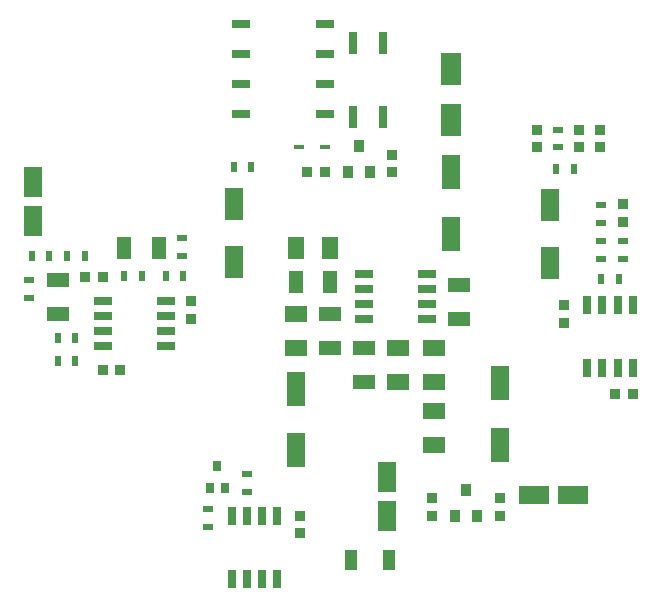
<source format=gtp>
%FSLAX46Y46*%
%MOMM*%
%AMPS46*
21,1,1.594948,2.741421,0.000000,0.000000,0.000000*
%
%ADD46PS46*%
%AMPS47*
21,1,1.594948,2.741421,0.000000,0.000000,180.000000*
%
%ADD47PS47*%
%AMPS34*
21,1,1.600000,2.950000,0.000000,0.000000,0.000000*
%
%ADD34PS34*%
%AMPS35*
21,1,1.600000,2.950000,0.000000,0.000000,180.000000*
%
%ADD35PS35*%
%AMPS43*
21,1,0.600000,1.550000,0.000000,0.000000,0.000000*
%
%ADD43PS43*%
%AMPS48*
21,1,0.600000,1.550000,0.000000,0.000000,90.000000*
%
%ADD48PS48*%
%AMPS42*
21,1,0.600000,1.550000,0.000000,0.000000,180.000000*
%
%ADD42PS42*%
%AMPS49*
21,1,0.600000,1.550000,0.000000,0.000000,270.000000*
%
%ADD49PS49*%
%AMPS25*
21,1,1.600000,2.500000,0.000000,0.000000,0.000000*
%
%ADD25PS25*%
%AMPS18*
21,1,1.600000,2.500000,0.000000,0.000000,90.000000*
%
%ADD18PS18*%
%AMPS24*
21,1,1.600000,2.500000,0.000000,0.000000,180.000000*
%
%ADD24PS24*%
%AMPS19*
21,1,1.600000,2.500000,0.000000,0.000000,270.000000*
%
%ADD19PS19*%
%AMPS30*
21,1,0.900000,1.000000,0.000000,0.000000,0.000000*
%
%ADD30PS30*%
%AMPS31*
21,1,0.900000,1.000000,0.000000,0.000000,180.000000*
%
%ADD31PS31*%
%AMPS32*
21,1,0.400000,0.900000,0.000000,0.000000,90.000000*
%
%ADD32PS32*%
%AMPS33*
21,1,0.400000,0.900000,0.000000,0.000000,270.000000*
%
%ADD33PS33*%
%AMPS21*
21,1,0.600000,1.800000,0.000000,0.000000,0.000000*
%
%ADD21PS21*%
%AMPS20*
21,1,0.600000,1.800000,0.000000,0.000000,180.000000*
%
%ADD20PS20*%
%AMPS23*
21,1,0.701421,1.491421,0.000000,0.000000,90.000000*
%
%ADD23PS23*%
%AMPS22*
21,1,0.701421,1.491421,0.000000,0.000000,270.000000*
%
%ADD22PS22*%
%AMPS36*
21,1,1.800000,1.340000,0.000000,0.000000,0.000000*
%
%ADD36PS36*%
%AMPS40*
21,1,1.800000,1.340000,0.000000,0.000000,90.000000*
%
%ADD40PS40*%
%AMPS37*
21,1,1.800000,1.340000,0.000000,0.000000,180.000000*
%
%ADD37PS37*%
%AMPS41*
21,1,1.800000,1.340000,0.000000,0.000000,270.000000*
%
%ADD41PS41*%
%AMPS15*
21,1,1.800000,1.200000,0.000000,0.000000,0.000000*
%
%ADD15PS15*%
%AMPS45*
21,1,1.800000,1.200000,0.000000,0.000000,90.000000*
%
%ADD45PS45*%
%AMPS14*
21,1,1.800000,1.200000,0.000000,0.000000,180.000000*
%
%ADD14PS14*%
%AMPS44*
21,1,1.800000,1.200000,0.000000,0.000000,270.000000*
%
%ADD44PS44*%
%AMPS28*
21,1,0.900000,0.500000,0.000000,0.000000,0.000000*
%
%ADD28PS28*%
%AMPS17*
21,1,0.900000,0.500000,0.000000,0.000000,90.000000*
%
%ADD17PS17*%
%AMPS29*
21,1,0.900000,0.500000,0.000000,0.000000,180.000000*
%
%ADD29PS29*%
%AMPS16*
21,1,0.900000,0.500000,0.000000,0.000000,270.000000*
%
%ADD16PS16*%
%AMPS51*
21,1,1.700000,1.100000,0.000000,0.000000,90.000000*
%
%ADD51PS51*%
%AMPS50*
21,1,1.700000,1.100000,0.000000,0.000000,270.000000*
%
%ADD50PS50*%
%AMPS38*
21,1,0.700000,0.900000,0.000000,0.000000,0.000000*
%
%ADD38PS38*%
%AMPS39*
21,1,0.700000,0.900000,0.000000,0.000000,180.000000*
%
%ADD39PS39*%
%AMPS13*
21,1,0.850000,0.800000,0.000000,0.000000,0.000000*
%
%ADD13PS13*%
%AMPS11*
21,1,0.850000,0.800000,0.000000,0.000000,90.000000*
%
%ADD11PS11*%
%AMPS12*
21,1,0.850000,0.800000,0.000000,0.000000,180.000000*
%
%ADD12PS12*%
%AMPS10*
21,1,0.850000,0.800000,0.000000,0.000000,270.000000*
%
%ADD10PS10*%
%AMPS27*
21,1,1.750000,2.650000,0.000000,0.000000,0.000000*
%
%ADD27PS27*%
%AMPS26*
21,1,1.750000,2.650000,0.000000,0.000000,180.000000*
%
%ADD26PS26*%
G01*
G01*
%LPD*%
G75*
D10*
X8130000Y30960000D03*
D11*
X9630000Y30960000D03*
D12*
X53690000Y37130000D03*
D13*
X53690000Y35630000D03*
D14*
X28890000Y27860000D03*
D15*
X28890000Y24960000D03*
D16*
X5830000Y23860000D03*
D17*
X7330000Y23860000D03*
D11*
X11130000Y23100000D03*
D10*
X9630000Y23100000D03*
D18*
X49450000Y12500000D03*
D19*
X46150000Y12500000D03*
D20*
X30870000Y50800000D03*
D21*
X33370000Y44500000D03*
D21*
X30870000Y44500000D03*
D20*
X33370000Y50800000D03*
D22*
X21325000Y44790000D03*
D23*
X28475000Y47330000D03*
D23*
X28475000Y52410000D03*
D23*
X28475000Y49870000D03*
D22*
X21325000Y47330000D03*
D22*
X21325000Y52410000D03*
D23*
X28475000Y44790000D03*
D22*
X21325000Y49870000D03*
D15*
X5830000Y27810000D03*
D14*
X5830000Y30710000D03*
D24*
X33740000Y14050000D03*
D25*
X33740000Y10750000D03*
D26*
X39130000Y48550000D03*
D27*
X39130000Y44250000D03*
D17*
X5130000Y32760000D03*
D16*
X3630000Y32760000D03*
D12*
X50000000Y43450000D03*
D13*
X50000000Y41950000D03*
D28*
X16400000Y32750000D03*
D29*
X16400000Y34250000D03*
D15*
X31740000Y22060000D03*
D14*
X31740000Y24960000D03*
D30*
X41340000Y10750000D03*
D31*
X40390000Y12950000D03*
D30*
X39440000Y10750000D03*
D29*
X51850000Y33970000D03*
D28*
X51850000Y32470000D03*
D32*
X28475000Y42000000D03*
D33*
X26275000Y42000000D03*
D15*
X39800000Y27390000D03*
D14*
X39800000Y30290000D03*
D13*
X17150000Y27410000D03*
D12*
X17150000Y28910000D03*
D29*
X48190000Y43450000D03*
D28*
X48190000Y41950000D03*
D29*
X53690000Y33970000D03*
D28*
X53690000Y32470000D03*
D12*
X37550000Y12250000D03*
D13*
X37550000Y10750000D03*
D34*
X25990000Y16310000D03*
D35*
X25990000Y21510000D03*
D10*
X26975000Y39830000D03*
D11*
X28475000Y39830000D03*
D17*
X16470000Y31020000D03*
D16*
X14970000Y31020000D03*
D28*
X51850000Y35530000D03*
D29*
X51850000Y37030000D03*
D36*
X37700000Y16766117D03*
D37*
X37700000Y19633883D03*
D38*
X18690000Y13080000D03*
D38*
X19990000Y13080000D03*
D39*
X19340000Y14980000D03*
D40*
X28863883Y33400000D03*
D41*
X25996117Y33400000D03*
D42*
X50690000Y28570000D03*
D42*
X53240000Y28570000D03*
D42*
X54510000Y28570000D03*
D43*
X54510000Y23230000D03*
D43*
X51960000Y23230000D03*
D42*
X51960000Y28570000D03*
D43*
X50690000Y23230000D03*
D43*
X53240000Y23230000D03*
D16*
X51850000Y30800000D03*
D17*
X53350000Y30800000D03*
D36*
X37700000Y22056117D03*
D37*
X37700000Y24923883D03*
D43*
X24410000Y5410000D03*
D43*
X21860000Y5410000D03*
D43*
X20590000Y5410000D03*
D42*
X20590000Y10750000D03*
D42*
X23140000Y10750000D03*
D43*
X23140000Y5410000D03*
D42*
X24410000Y10750000D03*
D42*
X21860000Y10750000D03*
D44*
X25990000Y30500000D03*
D45*
X28890000Y30500000D03*
D36*
X34680000Y22056117D03*
D37*
X34680000Y24923883D03*
D46*
X47490000Y32130001D03*
D47*
X47490000Y37029999D03*
D29*
X21860000Y14280000D03*
D28*
X21860000Y12780000D03*
D37*
X25990000Y27843883D03*
D36*
X25990000Y24976117D03*
D34*
X39130000Y34630000D03*
D35*
X39130000Y39830000D03*
D12*
X34180000Y41330000D03*
D13*
X34180000Y39830000D03*
D13*
X51760000Y41950000D03*
D12*
X51760000Y43450000D03*
D30*
X32280000Y39830000D03*
D31*
X31330000Y42030000D03*
D30*
X30380000Y39830000D03*
D12*
X43250000Y12250000D03*
D13*
X43250000Y10750000D03*
D28*
X3430000Y29210000D03*
D29*
X3430000Y30710000D03*
D10*
X53010000Y21060000D03*
D11*
X54510000Y21060000D03*
D34*
X43300000Y16770000D03*
D35*
X43300000Y21970000D03*
D44*
X11470000Y33420000D03*
D45*
X14370000Y33420000D03*
D48*
X37070000Y31210000D03*
D48*
X37070000Y28660000D03*
D48*
X37070000Y27390000D03*
D49*
X31730000Y27390000D03*
D49*
X31730000Y29940000D03*
D48*
X37070000Y29940000D03*
D49*
X31730000Y31210000D03*
D49*
X31730000Y28660000D03*
D48*
X14970000Y28910000D03*
D48*
X14970000Y26360000D03*
D48*
X14970000Y25090000D03*
D49*
X9630000Y25090000D03*
D49*
X9630000Y27640000D03*
D48*
X14970000Y27640000D03*
D49*
X9630000Y28910000D03*
D49*
X9630000Y26360000D03*
D50*
X30700000Y7000000D03*
D51*
X33900000Y7000000D03*
D13*
X46380000Y41950000D03*
D12*
X46380000Y43450000D03*
D46*
X20730000Y32240001D03*
D47*
X20730000Y37139999D03*
D13*
X26380000Y9250000D03*
D12*
X26380000Y10750000D03*
D13*
X48700000Y27070000D03*
D12*
X48700000Y28570000D03*
D17*
X49550000Y40140000D03*
D16*
X48050000Y40140000D03*
D17*
X12970000Y31020000D03*
D16*
X11470000Y31020000D03*
D29*
X18580000Y11310000D03*
D28*
X18580000Y9810000D03*
D17*
X7330000Y25760000D03*
D16*
X5830000Y25760000D03*
D17*
X22230000Y40239999D03*
D16*
X20730000Y40239999D03*
D17*
X8130000Y32760000D03*
D16*
X6630000Y32760000D03*
D24*
X3760000Y39010000D03*
D25*
X3760000Y35710000D03*
M02*

</source>
